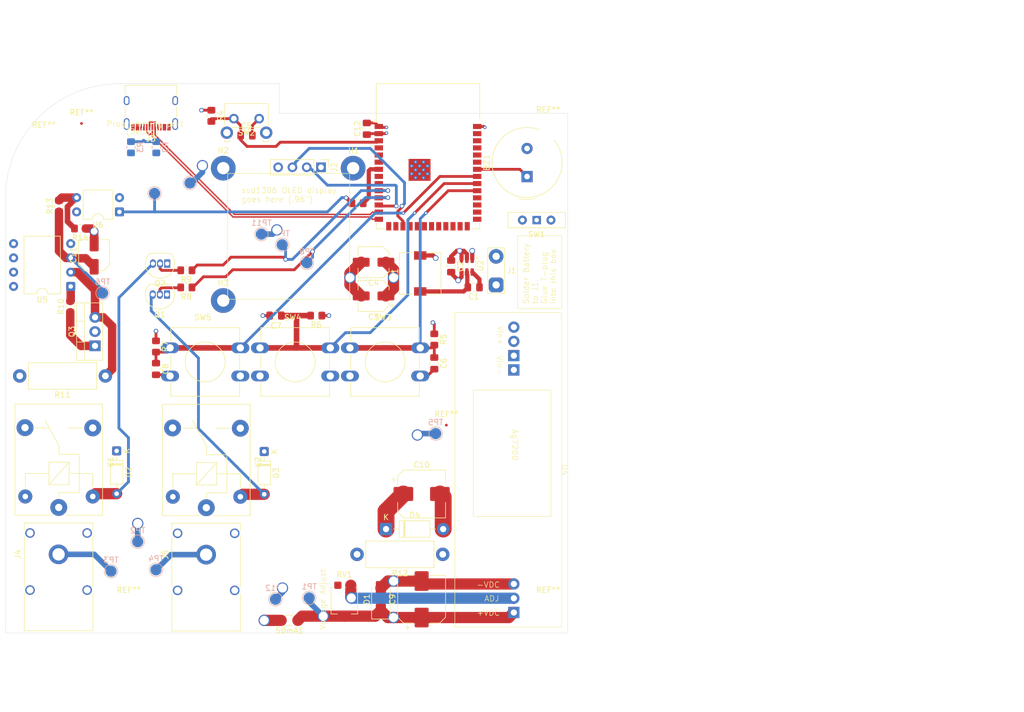
<source format=kicad_pcb>
(kicad_pcb (version 20241229) (generator "pcbnew") (generator_version "9.0")
  (layers (0 "F.Cu" signal) (4 "In1.Cu" signal) (6 "In2.Cu" signal) (8 "In3.Cu" signal) (10 "In4.Cu" signal) (2 "B.Cu" signal) (13 "F.Paste" user) (15 "B.Paste" user) (5 "F.SilkS" user "F.Silkscreen") (7 "B.SilkS" user "B.Silkscreen") (1 "F.Mask" user) (3 "B.Mask" user) (25 "Edge.Cuts" user))
  (net 0 "")
  (net 1 "Earth")
  (net 2 "Vbat")
  (net 3 "Net-(U2-SW)")
  (net 4 "V_Boost")
  (net 5 "Electrode L")
  (net 6 "Electrode R")
  (net 8 "Net-(U2-BST)")
  (net 9 "D-")
  (net 10 "Filtered V_Control")
  (net 11 "Net-(D2-A)")
  (net 12 "Net-(D3-A)")
  (net 13 "GND")
  (net 14 "ISO_12v")
  (net 19 "D+")
  (net 20 "Net-(J3-CC2)")
  (net 21 "Net-(J3-CC1)")
  (net 22 "Dec - BTN")
  (net 23 "IN2")
  (net 24 "REG_Drain")
  (net 25 "V_Boost_FUSED")
  (net 26 "Net-(Q3-S)")
  (net 27 "PWM_OUT")
  (net 28 "Net-(Q3-G)")
  (net 29 "IN1")
  (net 30 "Net-(J1-Pin_2)")
  (net 31 "SCL")
  (net 33 "SDA")
  (net 36 "+3V3")
  (net 39 "Enter BTN")
  (net 40 "Buzzer")
  (net 41 "Inc + BTN")
  (net 44 "EN")
  (net 54 "V_Control")
  (net 55 "Net-(Q1-B)")
  (net 56 "Net-(Q2-B)")
  (net 66 "Net-(U4-ADJ)")
  (net 67 "Net-(R13-Pad2)")
  (net 68 "Net-(U5-OUT1)")
  (footprint "Resistor_SMD:R_0805_2012Metric_Pad1.20x1.40mm_HandSolder" (layer "F.Cu") (at 79 35.26 180)
    (property "Reference" "R1" (hide yes))
    (property "Value" "330")
  )
  (footprint "Diode_SMD:D_SMA" (layer "F.Cu") (at 83.15 105.76 90)
    (property "Reference" "D1")
    (property "Value" "SMAJ58A")
  )
  (footprint "MountingHole:MountingHole_3.2mm_M3" (layer "F.Cu") (at 38.3 108.26)
    (property "Reference" "REF**")
    (property "Value" "MountingHole_3.2mm_M3")
  )
  (footprint "Resistor_SMD:R_0805_2012Metric_Pad1.20x1.40mm_HandSolder" (layer "F.Cu") (at 43.15 60.76 -90)
    (property "Reference" "R7")
    (property "Value" "10k")
  )
  (footprint "Capacitor_SMD:C_0805_2012Metric_Pad1.18x1.45mm_HandSolder" (layer "F.Cu") (at 99.65 50.235 180)
    (property "Reference" "C1")
    (property "Value" "100nF")
  )
  (footprint "MountingHole:MountingHole_2.2mm_M2_Pad_TopBottom" (layer "F.Cu") (at 78.214 29.02 180)
    (property "Reference" "H1")
    (property "Value" "MountingHole")
  )
  (footprint "Button_Switch_THT:SW_PUSH-12mm" (layer "F.Cu") (at 45.65 61.01)
    (property "Reference" "SW5")
    (property "Value" "Dec-")
  )
  (footprint "Connector:Banana_Cliff_FCR7350R_S16N-PC_Horizontal" (layer "F.Cu") (at 52.07 97.81 90)
    (property "Reference" "J5")
    (property "Value" "Conn_01x01")
  )
  (footprint "Package_DIP:DIP-8_W10.16mm" (layer "F.Cu") (at 27.98 50.07 180)
    (property "Reference" "U5")
    (property "Value" "LM358DT")
  )
  (footprint "Fuse:Fuse_1206_3216Metric_Pad1.42x1.75mm_HandSolder" (layer "F.Cu") (at 66.9 109.51 180)
    (property "Reference" "50mA1")
    (property "Value" "Fuse")
  )
  (footprint "Package_TO_SOT_THT:TO-92_Inline" (layer "F.Cu") (at 45.11 51.51 180)
    (property "Reference" "Q1")
    (property "Value" "2N3904")
  )
  (footprint "Resistor_SMD:R_0805_2012Metric_Pad1.20x1.40mm_HandSolder" (layer "F.Cu") (at 29.65 39.76 180)
    (property "Reference" "R14")
    (property "Value" "4.7k")
  )
  (footprint "Fiducial:Fiducial_0.5mm_Mask2mm" (layer "F.Cu") (at 94.8 74.76)
    (property "Reference" "REF**")
    (property "Value" "Fiducial_0.5mm_Mask2mm")
  )
  (footprint "Resistor_SMD:R_0805_2012Metric_Pad1.20x1.40mm_HandSolder" (layer "F.Cu") (at 92.65 59.51 -90)
    (property "Reference" "R5")
    (property "Value" "10k")
  )
  (footprint "TestPoint:TestPoint_2Pads_Pitch5.08mm_Drill1.3mm" (layer "F.Cu") (at 103.65 49.8 90)
    (property "Reference" "J1")
    (property "Value" "Conn_01x02_Pin")
  )
  (footprint "Capacitor_SMD:C_0805_2012Metric_Pad1.18x1.45mm_HandSolder" (layer "F.Cu") (at 92.65 63.76 -90)
    (property "Reference" "C6")
    (property "Value" "1uF")
  )
  (footprint "Capacitor_SMD:C_Elec_5x5.8" (layer "F.Cu") (at 32.15 44.51 90)
    (property "Reference" "C11")
    (property "Value" "1uF")
  )
  (footprint "Capacitor_SMD:CP_Elec_8x10" (layer "F.Cu") (at 90.4 87.01)
    (property "Reference" "C10")
    (property "Value" "10uF/25v")
  )
  (footprint "Resistor_SMD:R_0805_2012Metric_Pad1.20x1.40mm_HandSolder" (layer "F.Cu") (at 71.65 55.26 180)
    (property "Reference" "R6")
    (property "Value" "10k")
  )
  (footprint "Package_TO_SOT_THT:TO-92_Inline" (layer "F.Cu") (at 45.15 46.01 180)
    (property "Reference" "Q2")
    (property "Value" "2N3904")
  )
  (footprint "Button_Switch_THT:SW_PUSH-12mm" (layer "F.Cu") (at 61.65 61.01)
    (property "Reference" "SW4")
    (property "Value" "Inc+")
  )
  (footprint "MountingHole:MountingHole_3.2mm_M3" (layer "F.Cu") (at 112.9 108.26)
    (property "Reference" "REF**")
    (property "Value" "MountingHole_3.2mm_M3")
  )
  (footprint "Inductor_SMD:L_7.3x7.3_H4.5" (layer "F.Cu") (at 90.15 47.76 90)
    (property "Reference" "L1")
    (property "Value" "4.7uH")
  )
  (footprint "Package_TO_SOT_SMD:TSOT-23-6" (layer "F.Cu") (at 98.45 46.3725 -90)
    (property "Reference" "U2")
    (property "Value" "AP63203WU")
  )
  (footprint "Capacitor_SMD:C_0805_2012Metric_Pad1.18x1.45mm_HandSolder" (layer "F.Cu") (at 80.65 22.01 90)
    (property "Reference" "C12")
    (property "Value" ".1uF")
  )
  (footprint "Connector_PinHeader_2.54mm:PinHeader_1x04_P2.54mm_Vertical" (layer "F.Cu") (at 72.497 28.86 -90)
    (property "Reference" "J2")
    (property "Value" "Conn_01x04_Pin")
  )
  (footprint "Capacitor_SMD:CP_Elec_5x3" (layer "F.Cu") (at 81.85 51.76 180)
    (property "Reference" "C3")
    (property "Value" "22uF")
  )
  (footprint "MountingHole:MountingHole_3.2mm_M3" (layer "F.Cu") (at 112.9 22.76)
    (property "Reference" "REF**")
    (property "Value" "MountingHole_3.2mm_M3")
  )
  (footprint "Resistor_SMD:R_0805_2012Metric_Pad1.20x1.40mm_HandSolder" (layer "F.Cu") (at 52.999 19.701 -90)
    (property "Reference" "R4")
    (property "Value" "10k")
  )
  (footprint "MountingHole:MountingHole_3.2mm_M3" (layer "F.Cu") (at 23.2 25.46)
    (property "Reference" "REF**")
    (property "Value" "MountingHole_3.2mm_M3")
  )
  (footprint "Button_Switch_THT:SW_PUSH-12mm" (layer "F.Cu") (at 77.65 61.01)
    (property "Reference" "SW3")
    (property "Value" "Enter")
  )
  (footprint "Button_Switch_THT:SW_Tactile_SKHH_Angled" (layer "F.Cu") (at 56.999 20.201)
    (property "Reference" "SW2")
    (property "Value" "Reset")
  )
  (footprint "Resistor_SMD:R_0805_2012Metric_Pad1.20x1.40mm_HandSolder" (layer "F.Cu") (at 48.55 50.25 180)
    (property "Reference" "R8")
    (property "Value" "1k")
  )
  (footprint "Package_TO_SOT_THT:TO-220-3_Vertical" (layer "F.Cu") (at 32.3 60.65 90)
    (property "Reference" "Q3")
    (property "Value" "IRF540N")
  )
  (footprint "Capacitor_SMD:C_0805_2012Metric_Pad1.18x1.45mm_HandSolder" (layer "F.Cu") (at 43.15 64.76 -90)
    (property "Reference" "C8")
    (property "Value" "1uF")
  )
  (footprint "Capacitor_SMD:C_0805_2012Metric_Pad1.18x1.45mm_HandSolder" (layer "F.Cu") (at 64.4 55.26 180)
    (property "Reference" "C7")
    (property "Value" "1uF")
  )
  (footprint "Relay_THT:Relay_SPDT_SANYOU_SRD_Series_Form_C" (layer "F.Cu") (at 25.85 89.41 90)
    (property "Reference" "K1")
    (property "Value" "SANYOU_SRD_Form_C")
  )
  (footprint "Capacitor_SMD:CP_Elec_8x10" (layer "F.Cu") (at 90.4 105.76 90)
    (property "Reference" "C9")
    (property "Value" "47uF/63v")
  )
  (footprint "MountingHole:MountingHole_2.2mm_M2_Pad_TopBottom" (layer "F.Cu") (at 55.114 52.58)
    (property "Reference" "H3")
    (property "Value" "MountingHole")
  )
  (footprint "Potentiometer_SMD:Potentiometer_Bourns_3314G_Vertical" (layer "F.Cu") (at 76.65 106.01)
    (property "Reference" "RV1")
    (property "Value" "250k")
  )
  (footprint "Capacitor_SMD:CP_Elec_5x3" (layer "F.Cu") (at 81.85 45.76 180)
    (property "Reference" "C4")
    (property "Value" "22uF")
  )
  (footprint "Diode_THT:D_DO-41_SOD81_P10.16mm_Horizontal" (layer "F.Cu") (at 84.07 93.26)
    (property "Reference" "D4")
    (property "Value" "1N4742A/12v/1w")
  )
  (footprint "Buzzer_Beeper:Buzzer_TDK_PS1240P02BT_D12.2mm_H6.5mm" (layer "F.Cu") (at 109.15 30.51 90)
    (property "Reference" "BZ1")
    (property "Value" "Buzzer")
  )
  (footprint "Capacitor_SMD:C_0805_2012Metric_Pad1.18x1.45mm_HandSolder" (layer "F.Cu") (at 95.65 46.485 -90)
    (property "Reference" "C2")
    (property "Value" "10uF")
  )
  (footprint "Relay_THT:Relay_SPDT_SANYOU_SRD_Series_Form_C" (layer "F.Cu") (at 52.1 89.46 90)
    (property "Reference" "K2")
    (property "Value" "SANYOU_SRD_Form_C")
  )
  (footprint "Resistor_THT:R_Axial_DIN0414_L11.9mm_D4.5mm_P15.24mm_Horizontal" (layer "F.Cu") (at 94.15 97.76 180)
    (property "Reference" "R12")
    (property "Value" "5.6k/0.5w")
  )
  (footprint "Capacitor_SMD:C_0805_2012Metric_Pad1.18x1.45mm_HandSolder" (layer "F.Cu") (at 59.249 23.201)
    (property "Reference" "C5")
    (property "Value" "1uF")
  )
  (footprint "Diode_THT:D_DO-35_SOD27_P7.62mm_Horizontal" (layer "F.Cu") (at 36.15 79.34 -90)
    (property "Reference" "D2")
    (property "Value" "1N4148")
  )
  (footprint "Connector:Banana_Cliff_FCR7350B_S16N-PC_Horizontal" (layer "F.Cu") (at 25.82 97.76 90)
    (property "Reference" "J4")
    (property "Value" "Conn_01x01")
  )
  (footprint "Resistor_THT:R_Axial_DIN0414_L11.9mm_D4.5mm_P15.24mm_Horizontal" (layer "F.Cu") (at 34.15 66 180)
    (property "Reference" "R11")
    (property "Value" "100Ω/1w")
  )
  (footprint "RF_Module:ESP32-S3-WROOM-1" (layer "F.Cu") (at 91.529216 26.86)
    (property "Reference" "U3" (hide yes))
    (property "Value" "ESP32-S3-WROOM-1")
  )
  (footprint "Converter_DCDC:Ag7200" (layer "F.Cu") (at 115.3 82.71 -90)
    (property "Reference" "U4")
    (property "Value" "Ag7200")
  )
  (footprint "MountingHole:MountingHole_2.2mm_M2_Pad_TopBottom" (layer "F.Cu") (at 55.114 29.02)
    (property "Reference" "H2")
    (property "Value" "MountingHole")
  )
  (footprint "Resistor_SMD:R_0805_2012Metric_Pad1.20x1.40mm_HandSolder" (layer "F.Cu") (at 25.9 35.76 90)
    (property "Reference" "R13")
    (property "Value" "10k")
  )
  (footprint "Fiducial:Fiducial_0.5mm_Mask2mm" (layer "F.Cu") (at 29.9 21.06)
    (property "Reference" "REF**")
    (property "Value" "Fiducial_0.5mm_Mask2mm")
  )
  (footprint "Connector_USB:USB_C_Receptacle_XKB_U262-16XN-4BVC11" (layer "F.Cu") (at 42.25 18.065 180)
    (property "Reference" "J3")
    (property "Value" "USB_C_Receptacle_USB2.0_14P")
  )
  (footprint "Resistor_SMD:R_0805_2012Metric_Pad1.20x1.40mm_HandSolder" (layer "F.Cu") (at 27.9 53.66 90)
    (property "Reference" "R10")
    (property "Value" "1k")
  )
  (footprint "Diode_THT:D_DO-35_SOD27_P7.62mm_Horizontal" (layer "F.Cu") (at 62.4 79.45 -90)
    (property "Reference" "D3")
    (property "Value" "1N4148")
  )
  (footprint "Button_Switch_THT:SW_Slide-03_Wuerth-WS-SLTV_10x2.5x6.4_P2.54mm" (layer "F.Cu") (at 110.86 38.26 180)
    (property "Reference" "SW1")
    (property "Value" "SW_Wuerth_450301014042")
  )
  (footprint "Package_DIP:DIP-4_W7.62mm" (layer "F.Cu") (at 36.65 36.8 180)
    (property "Reference" "U6")
    (property "Value" "PC817")
  )
  (footprint "Resistor_SMD:R_0805_2012Metric_Pad1.20x1.40mm_HandSolder" (layer "F.Cu") (at 48.55 47.2 180)
    (property "Reference" "R9")
    (property "Value" "1k")
  )
  (footprint "TestPoint:TestPoint_Pad_D2.0mm" (layer "B.Cu") (at 43.15 100.51 180)
    (property "Reference" "TP4")
    (property "Value" "TestPoint")
  )
  (footprint "TestPoint:TestPoint_Pad_D2.0mm" (layer "B.Cu") (at 39.9 95.51 180)
    (property "Reference" "TP2")
    (property "Value" "TestPoint")
  )
  (footprint "Resistor_SMD:R_0805_2012Metric_Pad1.20x1.40mm_HandSolder" (layer "B.Cu") (at 38.7 25.3 90)
    (property "Reference" "R3")
    (property "Value" "5.1k")
  )
  (footprint "TestPoint:TestPoint_Pad_D2.0mm" (layer "B.Cu") (at 61.9 40.76 180)
    (property "Reference" "TP11")
    (property "Value" "TestPoint")
  )
  (footprint "Resistor_SMD:R_0805_2012Metric_Pad1.20x1.40mm_HandSolder" (layer "B.Cu") (at 43.2 25.3 90)
    (property "Reference" "R2")
    (property "Value" "5.1k")
  )
  (footprint "TestPoint:TestPoint_Pad_D2.0mm" (layer "B.Cu") (at 35.15 100.76 180)
    (property "Reference" "TP3")
    (property "Value" "TestPoint")
  )
  (footprint "TestPoint:TestPoint_Pad_D2.0mm" (layer "B.Cu") (at 49.2 31.66 180)
    (property "Reference" "TP10" (hide yes))
    (property "Value" "TestPoint")
  )
  (footprint "TestPoint:TestPoint_Pad_D2.0mm" (layer "B.Cu") (at 92.9 76.26 180)
    (property "Reference" "TP5")
    (property "Value" "TestPoint")
  )
  (footprint "TestPoint:TestPoint_Pad_D2.0mm" (layer "B.Cu") (at 65.6 42.66 180)
    (property "Reference" "TP7")
    (property "Value" "TestPoint")
  )
  (footprint "TestPoint:TestPoint_Pad_D2.0mm" (layer "B.Cu") (at 64.4 105.76 180)
    (property "Reference" "TP12")
    (property "Value" "TestPoint")
  )
  (footprint "TestPoint:TestPoint_Pad_D2.0mm" (layer "B.Cu") (at 33.65 51.26 180)
    (property "Reference" "TP6")
    (property "Value" "TestPoint")
  )
  (footprint "TestPoint:TestPoint_Pad_D2.0mm" (layer "B.Cu") (at 70.4 105.51 180)
    (property "Reference" "TP1")
    (property "Value" "TestPoint")
  )
  (footprint "TestPoint:TestPoint_Pad_D2.0mm" (layer "B.Cu") (at 42.9 33.51 180)
    (property "Reference" "TP9" (hide yes))
    (property "Value" "TestPoint")
  )
  (footprint "TestPoint:TestPoint_Pad_D2.0mm" (layer "B.Cu") (at 70 45.86 180)
    (property "Reference" "TP8")
    (property "Value" "TestPoint")
  )
  (gr_rect (start 55.9 29.96) (end 77.6 52.36) (stroke (width 0.1)) (fill no) (layer "F.SilkS"))
  (gr_rect (start 107.4625 41.01) (end 115.3375 54.01) (stroke (width 0.1)) (fill no) (layer "F.SilkS"))
  (gr_arc (start 16.4 33.5) (mid 22.457919 19.777976) (end 36.299995 13.999633) (stroke (width 0.05)) (layer "Edge.Cuts"))
  (gr_line (start 65.05 14) (end 65.05 19.260144) (stroke (width 0.05)) (layer "Edge.Cuts"))
  (gr_line (start 47 14) (end 36.3 14) (stroke (width 0.05)) (layer "Edge.Cuts"))
  (gr_line (start 47 14) (end 65.05 14) (stroke (width 0.05)) (layer "Edge.Cuts"))
  (gr_line (start 65.05 19.260144) (end 116.4 19.26) (stroke (width 0.05)) (layer "Edge.Cuts"))
  (gr_line (start 116.3902 111.76) (end 116.4 19.26) (stroke (width 0.05)) (layer "Edge.Cuts"))
  (gr_line (start 16.4 33.5) (end 16.4 111.76) (stroke (width 0.05)) (layer "Edge.Cuts"))
  (gr_line (start 116.3902 111.76) (end 16.4 111.76) (stroke (width 0.05)) (layer "Edge.Cuts"))
  (gr_text "(Debug)" (at 37.75 23.1 0) (layer "F.SilkS") (effects (font (size 1 1) (thickness 0.1)) (justify left bottom)))
  (gr_text "ssd1306 OLED display \ngoes here (.96{dblquote})" (at 58.3 35.16 0) (layer "F.SilkS") (effects (font (size 1 1) (thickness 0.1)) (justify left bottom)))
  (gr_text "Programming port" (at 34.3 21.7 0) (layer "F.SilkS") (effects (font (size 1 1) (thickness 0.1)) (justify left bottom)))
  (gr_text "Voltage Adjust" (at 73.4 111.26 90) (layer "F.SilkS") (effects (font (size 1 1) (thickness 0.1)) (justify left bottom)))
  (gr_text "Solder Battery\nto J1.\nGlue T-plug \ninto this box" (at 114.4 53.26 90) (layer "F.SilkS") (effects (font (size 1 1) (thickness 0.1)) (justify left bottom)))
  (segment (start 32.15 42.4475) (end 32.15 40.26) (width 1.5) (layer "F.Cu") (net 1))
  (segment (start 90.92 103.03) (end 90.4 102.51) (width 2) (layer "F.Cu") (net 1))
  (segment (start 84.4 102.51) (end 83.15 103.76) (width 2) (layer "F.Cu") (net 1))
  (segment (start 31.65 39.76) (end 32.15 40.26) (width 1.5) (layer "F.Cu") (net 1))
  (segment (start 90.4 102.51) (end 85.4 102.51) (width 2) (layer "F.Cu") (net 1))
  (segment (start 85.4 102.51) (end 84.4 102.51) (width 2) (layer "F.Cu") (net 1))
  (segment (start 94.23 93.26) (end 94.23 87.59) (width 3) (layer "F.Cu") (net 1))
  (segment (start 94.23 87.59) (end 93.65 87.01) (width 3) (layer "F.Cu") (net 1))
  (segment (start 106.8 103.03) (end 90.92 103.03) (width 2) (layer "F.Cu") (net 1))
  (segment (start 30.65 39.76) (end 31.65 39.76) (width 1.5) (layer "F.Cu") (net 1))
  (via (at 32.15 40.26) (size 1.5) (drill 1.2) (layers "F.Cu" "B.Cu") (net 1))
  (via (at 85.4 102.51) (size 2) (drill 1.6) (layers "F.Cu" "B.Cu") (net 1))
  (via (at 65.65 103.76) (size 2) (drill 1.6) (layers "F.Cu" "B.Cu") (net 1))
  (segment (start 65.65 104.51) (end 65.65 103.76) (width 1) (layer "B.Cu") (net 1))
  (segment (start 64.4 105.76) (end 65.65 104.51) (width 1) (layer "B.Cu") (net 1))
  (segment (start 97.15 43.735) (end 97.15 43.785) (width 0.75) (layer "F.Cu") (net 2))
  (segment (start 98.45 44.285) (end 98.45 45.235) (width 0.75) (layer "F.Cu") (net 2))
  (segment (start 97.15 43.735) (end 96.65 43.735) (width 0.75) (layer "F.Cu") (net 2))
  (segment (start 97.9 43.735) (end 98.45 44.285) (width 0.75) (layer "F.Cu") (net 2))
  (segment (start 95.65 44.735) (end 95.65 45.4475) (width 0.75) (layer "F.Cu") (net 2))
  (segment (start 97.5 44.135) (end 97.5 45.235) (width 0.75) (layer "F.Cu") (net 2))
  (segment (start 97.15 43.785) (end 97.5 44.135) (width 0.75) (layer "F.Cu") (net 2))
  (segment (start 96.65 43.735) (end 95.65 44.735) (width 0.75) (layer "F.Cu") (net 2))
  (segment (start 97.15 43.735) (end 97.9 43.735) (width 0.75) (layer "F.Cu") (net 2))
  (via (at 89.65 76.51) (size 2) (drill 1.6) (layers "F.Cu" "B.Cu") (net 2))
  (via (at 97.15 43.735) (size 1) (drill 0.7) (layers "F.Cu" "B.Cu") (net 2))
  (segment (start 92.9 76.26) (end 89.9 76.26) (width 1) (layer "B.Cu") (net 2))
  (segment (start 89.9 76.26) (end 89.65 76.51) (width 1) (layer "B.Cu") (net 2))
  (segment (start 98.524 47.978918) (end 98.45 47.904918) (width 0.75) (layer "F.Cu") (net 3))
  (segment (start 90.15 50.96) (end 97.8875 50.96) (width 0.75) (layer "F.Cu") (net 3))
  (segment (start 98.45 47.904918) (end 98.45 47.51) (width 0.75) (layer "F.Cu") (net 3))
  (segment (start 98.6125 50.235) (end 98.524 50.1465) (width 0.75) (layer "F.Cu") (net 3))
  (segment (start 97.8875 50.96) (end 98.6125 50.235) (width 0.75) (layer "F.Cu") (net 3))
  (segment (start 98.524 50.1465) (end 98.524 47.978918) (width 0.75) (layer "F.Cu") (net 3))
  (segment (start 76.65 108.76) (end 72.9 108.76) (width 2) (layer "F.Cu") (net 4))
  (segment (start 69.1375 108.76) (end 68.3875 109.51) (width 2) (layer "F.Cu") (net 4))
  (segment (start 85.4 109.01) (end 84.4 109.01) (width 2) (layer "F.Cu") (net 4))
  (segment (start 105.9 109.01) (end 106.8 108.11) (width 2) (layer "F.Cu") (net 4))
  (segment (start 90.4 109.01) (end 105.9 109.01) (width 2) (layer "F.Cu") (net 4))
  (segment (start 90.4 109.01) (end 85.4 109.01) (width 2) (layer "F.Cu") (net 4))
  (segment (start 84.4 109.01) (end 83.15 107.76) (width 2) (layer "F.Cu") (net 4))
  (segment (start 72.9 108.76) (end 69.1375 108.76) (width 2) (layer "F.Cu") (net 4))
  (segment (start 82.15 108.76) (end 83.15 107.76) (width 2) (layer "F.Cu") (net 4))
  (segment (start 76.65 108.76) (end 82.15 108.76) (width 2) (layer "F.Cu") (net 4))
  (via (at 72.9 108.76) (size 2) (drill 1.6) (layers "F.Cu" "B.Cu") (net 4))
  (via (at 85.4 109.01) (size 2) (drill 1.6) (layers "F.Cu" "B.Cu") (net 4))
  (segment (start 70.4 106.26) (end 72.9 108.76) (width 1) (layer "B.Cu") (net 4))
  (segment (start 70.4 105.51) (end 70.4 106.26) (width 1) (layer "B.Cu") (net 4))
  (segment (start 32.15 97.76) (end 25.82 97.76) (width 1) (layer "B.Cu") (net 5))
  (segment (start 35.15 100.76) (end 32.15 97.76) (width 1) (layer "B.Cu") (net 5))
  (segment (start 45.85 97.81) (end 52.07 97.81) (width 1) (layer "B.Cu") (net 6))
  (segment (start 43.15 100.51) (end 45.85 97.81) (width 1) (layer "B.Cu") (net 6))
  (segment (start 100.6875 48.7975) (end 99.4 47.51) (width 0.75) (layer "F.Cu") (net 8))
  (segment (start 100.6875 50.235) (end 100.6875 48.7975) (width 0.75) (layer "F.Cu") (net 8))
  (segment (start 42 20.85) (end 42 21.735) (width 0.25) (layer "F.Cu") (net 9))
  (segment (start 57.103554 37.25) (end 81.244215 37.25) (width 0.25) (layer "F.Cu") (net 9))
  (segment (start 43 21.735) (end 43 20.858) (width 0.25) (layer "F.Cu") (net 9))
  (segment (start 43 21.735) (end 43 23.146446) (width 0.25) (layer "F.Cu") (net 9))
  (segment (start 43 20.858) (end 42.976 20.834) (width 0.25) (layer "F.Cu") (net 9))
  (segment (start 42.976 20.834) (end 42.016 20.834) (width 0.25) (layer "F.Cu") (net 9))
  (segment (start 57.076777 37.223223) (end 57.103554 37.25) (width 0.25) (layer "F.Cu") (net 9))
  (segment (start 43 23.146446) (end 57.076777 37.223223) (width 0.25) (layer "F.Cu") (net 9))
  (segment (start 81.244215 37.25) (end 81.654215 36.84) (width 0.25) (layer "F.Cu") (net 9))
  (segment (start 81.654215 36.84) (end 82.779216 36.84) (width 0.25) (layer "F.Cu") (net 9))
  (segment (start 42.016 20.834) (end 42 20.85) (width 0.25) (layer "F.Cu") (net 9))
  (segment (start 30.6375 45.06) (end 28.05 45.06) (width 1.5) (layer "F.Cu") (net 10))
  (segment (start 32.15 46.5725) (end 30.6375 45.06) (width 1.5) (layer "F.Cu") (net 10))
  (segment (start 28.05 45.06) (end 27.98 44.99) (width 1.5) (layer "F.Cu") (net 10))
  (segment (start 25.9 43.76) (end 27.13 44.99) (width 1.5) (layer "F.Cu") (net 10))
  (segment (start 25.9 36.76) (end 25.9 43.76) (width 1.5) (layer "F.Cu") (net 10))
  (segment (start 27.13 44.99) (end 27.98 44.99) (width 1.5) (layer "F.Cu") (net 10))
  (segment (start 27.98 44.99) (end 33.65 50.66) (width 0.5) (layer "B.Cu") (net 10))
  (segment (start 33.65 50.66) (end 33.65 51.26) (width 0.5) (layer "B.Cu") (net 10))
  (segment (start 32.4 86.96) (end 31.9 87.46) (width 2) (layer "F.Cu") (net 11))
  (segment (start 36.15 86.96) (end 32.4 86.96) (width 2) (layer "F.Cu") (net 11))
  (segment (start 42.61 46.01) (end 36.55 52.07) (width 0.5) (layer "B.Cu") (net 11))
  (segment (start 38.25 84.86) (end 36.15 86.96) (width 0.5) (layer "B.Cu") (net 11))
  (segment (start 36.55 75.3) (end 38.25 77) (width 0.5) (layer "B.Cu") (net 11))
  (segment (start 36.55 52.07) (end 36.55 75.3) (width 0.5) (layer "B.Cu") (net 11))
  (segment (start 38.25 77) (end 38.25 84.86) (width 0.5) (layer "B.Cu") (net 11))
  (segment (start 58.59 87.07) (end 58.15 87.51) (width 2) (layer "F.Cu") (net 12))
  (segment (start 62.4 87.07) (end 58.59 87.07) (width 2) (layer "F.Cu") (net 12))
  (segment (start 50.7 75.37) (end 62.4 87.07) (width 0.5) (layer "B.Cu") (net 12))
  (segment (start 42.299 51.781) (end 42.299 54.409) (width 0.5) (layer "B.Cu") (net 12))
  (segment (start 50.7 62.81) (end 50.7 75.37) (width 0.5) (layer "B.Cu") (net 12))
  (segment (start 42.299 54.409) (end 50.7 62.81) (width 0.5) (layer "B.Cu") (net 12))
  (segment (start 42.57 51.51) (end 42.299 51.781) (width 0.5) (layer "B.Cu") (net 12))
  (segment (start 101.49 21.6) (end 101.65 21.76) (width 0.5) (layer "F.Cu") (net 13))
  (segment (start 80.65 20.9725) (end 82.151716 20.9725) (width 0.5) (layer "F.Cu") (net 13))
  (segment (start 97.5 48.385) (end 97.5 47.51) (width 0.75) (layer "F.Cu") (net 13))
  (segment (start 89.9 66.01) (end 91.4375 66.01) (width 0.5) (layer "F.Cu") (net 13))
  (segment (start 82.151716 20.9725) (end 82.779216 21.6) (width 0.5) (layer "F.Cu") (net 13))
  (segment (start 96.9 48.985) (end 97.5 48.385) (width 0.75) (layer "F.Cu") (net 13))
  (segment (start 45.6875 65.7975) (end 45.9 66.01) (width 0.5) (layer "F.Cu") (net 13))
  (segment (start 100.279216 21.6) (end 101.49 21.6) (width 0.5) (layer "F.Cu") (net 13))
  (segment (start 60.2865 23.201) (end 60.2865 21.4135) (width 0.5) (layer "F.Cu") (net 13))
  (segment (start 82.779216 21.6) (end 82.939216 21.76) (width 0.5) (layer "F.Cu") (net 13))
  (segment (start 82.939216 21.76) (end 84.15 21.76) (width 0.5) (layer "F.Cu") (net 13))
  (segment (start 77.65 47.76) (end 77.65 48.51) (width 2) (layer "F.Cu") (net 13))
  (segment (start 95.65 47.735) (end 96.9 48.985) (width 0.75) (layer "F.Cu") (net 13))
  (segment (start 43.15 65.7975) (end 45.6875 65.7975) (width 0.5) (layer "F.Cu") (net 13))
  (segment (start 77.65 48.51) (end 77.65 49.76) (width 2) (layer "F.Cu") (net 13))
  (segment (start 79.65 45.76) (end 77.65 47.76) (width 2) (layer "F.Cu") (net 13))
  (segment (start 62.15 55.26) (end 63.3625 55.26) (width 0.5) (layer "F.Cu") (net 13))
  (segment (start 60.2865 21.4135) (end 61.499 20.201) (width 0.5) (layer "F.Cu") (net 13))
  (segment (start 77.65 49.76) (end 79.65 51.76) (width 2) (layer "F.Cu") (net 13))
  (segment (start 95.65 47.5225) (end 95.65 47.735) (width 0.75) (layer "F.Cu") (net 13))
  (segment (start 91.4375 66.01) (end 92.65 64.7975) (width 0.5) (layer "F.Cu") (net 13))
  (segment (start 108.4 25.51) (end 109.15 25.51) (width 0.5) (layer "F.Cu") (net 13))
  (via (at 51.408565 28.574878) (size 2) (drill 1.6) (layers "F.Cu" "B.Cu") (net 13))
  (via (at 62.15 55.26) (size 0.8) (drill 0.5) (layers "F.Cu" "B.Cu") (net 13))
  (via (at 101.65 21.76) (size 0.6) (drill 0.3) (layers "F.Cu" "B.Cu") (net 13))
  (via (at 77.65 48.51) (size 2) (drill 1.6) (layers "F.Cu" "B.Cu") (net 13))
  (via (at 84.15 21.76) (size 0.6) (drill 0.3) (layers "F.Cu" "B.Cu") (net 13))
  (via (at 96.9 48.985) (size 1) (drill 0.7) (layers "F.Cu" "B.Cu") (net 13))
  (segment (start 43.2 24.3) (end 41.2 24.3) (width 0.5) (layer "B.Cu") (net 13))
  (segment (start 51.4 29.76) (end 51.4 28.51) (width 1) (layer "B.Cu") (net 13))
  (segment (start 40.7 24.3) (end 40.95 24.05) (width 0.5) (layer "B.Cu") (net 13))
  (segment (start 38.7 24.3) (end 40.7 24.3) (width 0.5) (layer "B.Cu") (net 13))
  (segment (start 41.2 24.3) (end 40.95 24.05) (width 0.5) (layer "B.Cu") (net 13))
  (segment (start 49.2 31.66) (end 49.5 31.66) (width 1) (layer "B.Cu") (net 13))
  (segment (start 49.5 31.66) (end 51.4 29.76) (width 1) (layer "B.Cu") (net 13))
  (segment (start 84.07 93.26) (end 84.07 90.09) (width 3) (layer "F.Cu") (net 14))
  (segment (start 84.07 90.09) (end 87.15 87.01) (width 3) (layer "F.Cu") (net 14))
  (segment (start 42.5 23.353554) (end 56.723223 37.576777) (width 0.25) (layer "F.Cu") (net 19))
  (segment (start 81.244215 37.7) (end 81.654215 38.11) (width 0.25) (layer "F.Cu") (net 19))
  (segment (start 81.654215 38.11) (end 82.779216 38.11) (width 0.25) (layer "F.Cu") (net 19))
  (segment (start 41.5 22.612) (end 41.9 23.012) (width 0.25) (layer "F.Cu") (net 19))
  (segment (start 56.846446 37.7) (end 81.244215 37.7) (width 0.25) (layer "F.Cu") (net 19))
  (segment (start 42.5 21.735) (end 42.5 22.612) (width 0.25) (layer "F.Cu") (net 19))
  (segment (start 42.1 23.012) (end 42.5 22.612) (width 0.25) (layer "F.Cu") (net 19))
  (segment (start 42.5 22.612) (end 42.5 23.353554) (width 0.25) (layer "F.Cu") (net 19))
  (segment (start 56.723223 37.576777) (end 56.846446 37.7) (width 0.25) (layer "F.Cu") (net 19))
  (segment (start 41.5 21.735) (end 41.5 22.612) (width 0.25) (layer "F.Cu") (net 19))
  (segment (start 42.5 21.735) (end 42.5 23.353554) (width 0.25) (layer "F.Cu") (net 19))
  (segment (start 41.9 23.012) (end 42.1 23.012) (width 0.25) (layer "F.Cu") (net 19))
  (segment (start 100.279216 30.49) (end 93.661216 30.49) (width 0.5) (layer "F.Cu") (net 22))
  (segment (start 43.15 61.76) (end 45.15 61.76) (width 0.5) (layer "F.Cu") (net 22))
  (segment (start 58.4 61.01) (end 45.9 61.01) (width 1) (layer "F.Cu") (net 22))
  (segment (start 43.15 61.76) (end 43.15 63.7225) (width 0.5) (layer "F.Cu") (net 22))
  (segment (start 45.15 61.76) (end 45.9 61.01) (width 0.5) (layer "F.Cu") (net 22))
  (segment (start 93.661216 30.49) (end 87.15 37.001216) (width 0.5) (layer "F.Cu") (net 22))
  (segment (start 87.15 37.01) (end 87.15 37.001216) (width 0.5) (layer "F.Cu") (net 22))
  (via (at 87.15 37.01) (size 0.6) (drill 0.3) (layers "F.Cu" "B.Cu") (net 22))
  (segment (start 82.15 37.01) (end 58.15 61.01) (width 0.5) (layer "B.Cu") (net 22))
  (segment (start 87.15 37.01) (end 82.15 37.01) (width 0.5) (layer "B.Cu") (net 22))
  (segment (start 58.15 60.51) (end 58.15 61.01) (width 0.5) (layer "B.Cu") (net 22))
  (segment (start 70.99 43.86) (end 67.75 47.1) (width 0.5) (layer "F.Cu") (net 23))
  (segment (start 82.819216 34.26) (end 82.779216 34.3) (width 0.5) (layer "F.Cu") (net 23))
  (segment (start 51.6 48.35) (end 49.7 50.25) (width 0.5) (layer "F.Cu") (net 23))
  (segment (start 49.7 50.25) (end 49.55 50.25) (width 0.5) (layer "F.Cu") (net 23))
  (segment (start 71 43.86) (end 70.99 43.86) (width 0.5) (layer "F.Cu") (net 23))
  (segment (start 84.4 34.26) (end 82.819216 34.26) (width 0.5) (layer "F.Cu") (net 23))
  (segment (start 55.55 48.35) (end 51.6 48.35) (width 0.5) (layer "F.Cu") (net 23))
  (segment (start 56.8 47.1) (end 55.55 48.35) (width 0.5) (layer "F.Cu") (net 23))
  (segment (start 67.75 47.1) (end 56.8 47.1) (width 0.5) (layer "F.Cu") (net 23))
  (via (at 84.4 34.26) (size 0.8) (drill 0.5) (layers "F.Cu" "B.Cu") (net 23))
  (via (at 71 43.86) (size 0.8) (drill 0.5) (layers "F.Cu" "B.Cu") (net 23))
  (segment (start 71 43.86) (end 71 44.86) (width 0.5) (layer "B.Cu") (net 23))
  (segment (start 71 44.86) (end 70 45.86) (width 0.5) (layer "B.Cu") (net 23))
  (segment (start 71 43.66) (end 80.4 34.26) (width 0.5) (layer "B.Cu") (net 23))
  (segment (start 80.4 34.26) (end 84.4 34.26) (width 0.5) (layer "B.Cu") (net 23))
  (segment (start 71 43.86) (end 71 43.66) (width 0.5) (layer "B.Cu") (net 23))
  (segment (start 65.4125 109.51) (end 62.4 109.51) (width 2) (layer "F.Cu") (net 25))
  (via (at 39.9 92.26) (size 2) (drill 1.6) (layers "F.Cu" "B.Cu") (net 25))
  (via (at 62.4 109.51) (size 2) (drill 1.6) (layers "F.Cu" "B.Cu") (net 25))
  (segment (start 39.9 95.51) (end 39.9 92.26) (width 1) (layer "B.Cu") (net 25))
  (segment (start 29.11137 47.53) (end 32.3 50.71863) (width 1.5) (layer "F.Cu") (net 26))
  (segment (start 32.3 55.57) (end 33.77 55.57) (width 1.5) (layer "F.Cu") (net 26))
  (segment (start 32.3 50.71863) (end 32.3 55.57) (width 1.5) (layer "F.Cu") (net 26))
  (segment (start 27.98 47.53) (end 29.11137 47.53) (width 1.5) (layer "F.Cu") (net 26))
  (segment (start 33.77 55.57) (end 35.35 57.15) (width 1.5) (layer "F.Cu") (net 26))
  (segment (start 35.35 57.15) (end 35.35 64.8) (width 1.5) (layer "F.Cu") (net 26))
  (segment (start 35.35 64.8) (end 34.15 66) (width 1.5) (layer "F.Cu") (net 26))
  (segment (start 81 29.499216) (end 81 34.26) (width 0.75) (layer "F.Cu") (net 27))
  (segment (start 81 34.26) (end 80 35.26) (width 0.75) (layer "F.Cu") (net 27))
  (segment (start 82.779216 29.22) (end 81.279216 29.22) (width 0.75) (layer "F.Cu") (net 27))
  (segment (start 81.279216 29.22) (end 81 29.499216) (width 0.75) (layer "F.Cu") (net 27))
  (segment (start 27.9 58.75) (end 29.8 60.65) (width 1.5) (layer "F.Cu") (net 28))
  (segment (start 29.8 60.65) (end 32.3 60.65) (width 1.5) (layer "F.Cu") (net 28))
  (segment (start 27.9 54.66) (end 27.9 58.75) (width 1.5) (layer "F.Cu") (net 28))
  (segment (start 66.2 45.26) (end 65.8 44.86) (width 0.5) (layer "F.Cu") (net 29))
  (segment (start 50.49 46.26) (end 49.55 47.2) (width 0.5) (layer "F.Cu") (net 29))
  (segment (start 55.1 46.26) (end 50.49 46.26) (width 0.5) (layer "F.Cu") (net 29))
  (segment (start 84.4 33.01) (end 82.799216 33.01) (width 0.5) (layer "F.Cu") (net 29))
  (segment (start 82.799216 33.01) (end 82.779216 33.03) (width 0.5) (layer "F.Cu") (net 29))
  (segment (start 56.5 44.86) (end 55.1 46.26) (width 0.5) (layer "F.Cu") (net 29))
  (segment (start 65.8 44.86) (end 56.5 44.86) (width 0.5) (layer "F.Cu") (net 29))
  (via (at 66.2 45.26) (size 0.8) (drill 0.5) (layers "F.Cu" "B.Cu") (net 29))
  (via (at 84.4 33.01) (size 0.8) (drill 0.5) (layers "F.Cu" "B.Cu") (net 29))
  (segment (start 67.4 45.26) (end 79.65 33.01) (width 0.5) (layer "B.Cu") (net 29))
  (segment (start 66.2 45.26) (end 66.2 43.26) (width 0.5) (layer "B.Cu") (net 29))
  (segment (start 66.2 45.26) (end 67.4 45.26) (width 0.5) (layer "B.Cu") (net 29))
  (segment (start 79.65 33.01) (end 84.4 33.01) (width 0.5) (layer "B.Cu") (net 29))
  (segment (start 66.2 43.26) (end 65.6 42.66) (width 0.5) (layer "B.Cu") (net 29))
  (segment (start 86.15 36.713496) (end 86.15 37.51) (width 0.5) (layer "F.Cu") (net 31))
  (segment (start 86.15 37.51) (end 87.084216 38.444216) (width 0.5) (layer "F.Cu") (net 31))
  (segment (start 87.084216 38.444216) (end 87.084216 39.36) (width 0.5) (layer "F.Cu") (net 31))
  (segment (start 86.9 35.76) (end 86.9 35.963496) (width 0.5) (layer "F.Cu") (net 31))
  (segment (start 86.9 35.963496) (end 86.15 36.713496) (width 0.5) (layer "F.Cu") (net 31))
  (via (at 86.9 35.76) (size 0.8) (drill 0.5) (layers "F.Cu" "B.Cu") (net 31))
  (segment (start 67.92 27.99) (end 70.41 25.5) (width 0.5) (layer "B.Cu") (net 31))
  (segment (start 87.35 35.31) (end 86.9 35.76) (width 0.5) (layer "B.Cu") (net 31))
  (segment (start 70.41 25.5) (end 81.25 25.5) (width 0.5) (layer "B.Cu") (net 31))
  (segment (start 67.92 28.86) (end 67.92 27.99) (width 0.5) (layer "B.Cu") (net 31))
  (segment (start 87.35 31.6) (end 87.35 35.31) (width 0.5) (layer "B.Cu") (net 31))
  (segment (start 81.25 25.5) (end 87.35 31.6) (width 0.5) (layer "B.Cu") (net 31))
  (segment (start 82.969216 35.76) (end 82.779216 35.57) (width 0.5) (layer "F.Cu") (net 33))
  (segment (start 85.9 35.76) (end 82.969216 35.76) (width 0.5) (layer "F.Cu") (net 33))
  (via (at 85.9 35.76) (size 0.8) (drill 0.5) (layers "F.Cu" "B.Cu") (net 33))
  (segment (start 85.75 32.05) (end 85.9 32.2) (width 0.5) (layer "B.Cu") (net 33))
  (segment (start 70.46 28.86) (end 73.65 32.05) (width 0.5) (layer "B.Cu") (net 33))
  (segment (start 73.65 32.05) (end 85.75 32.05) (width 0.5) (layer "B.Cu") (net 33))
  (segment (start 85.9 32.2) (end 85.9 35.76) (width 0.5) (layer "B.Cu") (net 33))
  (segment (start 80.8275 22.87) (end 80.65 23.0475) (width 0.5) (layer "F.Cu") (net 36))
  (segment (start 99.4 45.235) (end 99.4 43.735) (width 0.75) (layer "F.Cu") (net 36))
  (segment (start 84.05 45.76) (end 85.4 47.11) (width 2) (layer "F.Cu") (net 36))
  (segment (start 85.4 47.11) (end 85.4 48.51) (width 2) (layer "F.Cu") (net 36))
  (segment (start 85.4 48.51) (end 85.4 50.41) (width 2) (layer "F.Cu") (net 36))
  (segment (start 90.15 44.56) (end 92.45 44.56) (width 0.75) (layer "F.Cu") (net 36))
  (segment (start 51.249 18.701) (end 52.999 18.701) (width 0.5) (layer "F.Cu") (net 36))
  (segment (start 92.65 56.76) (end 92.4 56.51) (width 0.5) (layer "F.Cu") (net 36))
  (segment (start 72.65 55.26) (end 73.9 55.26) (width 0.5) (layer "F.Cu") (net 36))
  (segment (start 84.04 22.87) (end 84.15 22.76) (width 0.5) (layer "F.Cu") (net 36))
  (segment (start 92.65 58.51) (end 92.65 56.76) (width 0.5) (layer "F.Cu") (net 36))
  (segment (start 92.45 44.56) (end 92.9 45.01) (width 0.75) (layer "F.Cu") (net 36))
  (segment (start 82.779216 22.87) (end 80.8275 22.87) (width 0.5) (layer "F.Cu") (net 36))
  (segment (start 82.779216 22.87) (end 84.04 22.87) (width 0.5) (layer "F.Cu") (net 36))
  (segment (start 85.4 50.41) (end 84.05 51.76) (width 2) (layer "F.Cu") (net 36))
  (segment (start 43.15 59.76) (end 43.15 58.01) (width 0.5) (layer "F.Cu") (net 36))
  (via (at 64.65 40.01) (size 2) (drill 1.6) (layers "F.Cu" "B.Cu") (net 36))
  (via (at 43.15 58.01) (size 0.8) (drill 0.5) (layers "F.Cu" "B.Cu") (net 36))
  (via (at 92.4 56.51) (size 0.8) (drill 0.5) (layers "F.Cu" "B.Cu") (net 36))
  (via (at 99.4 43.735) (size 1) (drill 0.7) (layers "F.Cu" "B.Cu") (net 36))
  (via (at 51.249 18.701) (size 0.8) (drill 0.5) (layers "F.Cu" "B.Cu") (net 36))
  (via (at 85.4 48.51) (size 2) (drill 1.6) (layers "F.Cu" "B.Cu") (net 36))
  (via (at 92.9 45.01) (size 1) (drill 0.7) (layers "F.Cu" "B.Cu") (net 36))
  (via (at 84.15 22.76) (size 0.6) (drill 0.3) (layers "F.Cu" "B.Cu") (net 36))
  (via (at 73.9 55.26) (size 0.8) (drill 0.5) (layers "F.Cu" "B.Cu") (net 36))
  (segment (start 63.9 40.76) (end 64.65 40.01) (width 1) (layer "B.Cu") (net 36))
  (segment (start 61.9 40.76) (end 63.9 40.76) (width 1) (layer "B.Cu") (net 36))
  (segment (start 92.15 61.01) (end 92.65 60.51) (width 0.5) (layer "F.Cu") (net 39))
  (segment (start 95.13 33.03) (end 100.279216 33.03) (width 0.5) (layer "F.Cu") (net 39))
  (segment (start 91.15 37.01) (end 95.13 33.03) (width 0.5) (layer "F.Cu") (net 39))
  (segment (start 89.9 61.01) (end 92.15 61.01) (width 0.5) (layer "F.Cu") (net 39))
  (segment (start 92.65 60.51) (end 92.65 62.7225) (width 0.5) (layer "F.Cu") (net 39))
  (segment (start 77.4 61.01) (end 89.9 61.01) (width 1) (layer "F.Cu") (net 39))
  (via (at 91.15 37.01) (size 0.6) (drill 0.3) (layers "F.Cu" "B.Cu") (net 39))
  (segment (start 90.15 38.01) (end 90.15 61.01) (width 0.5) (layer "B.Cu") (net 39))
  (segment (start 91.15 37.01) (end 90.15 38.01) (width 0.5) (layer "B.Cu") (net 39))
  (segment (start 107.86 29.22) (end 100.279216 29.22) (width 0.5) (layer "F.Cu") (net 40))
  (segment (start 109.15 30.51) (end 107.86 29.22) (width 0.5) (layer "F.Cu") (net 40))
  (segment (start 94.4 31.76) (end 89.15 37.01) (width 0.5) (layer "F.Cu") (net 41))
  (segment (start 68.15 61.01) (end 67.65 61.01) (width 1) (layer "F.Cu") (net 41))
  (segment (start 67.65 55.26) (end 65.4375 55.26) (width 1) (layer "F.Cu") (net 41))
  (segment (start 67.65 55.26) (end 70.65 55.26) (width 1) (layer "F.Cu") (net 41))
  (segment (start 67.65 61.01) (end 61.65 61.01) (width 1) (layer "F.Cu") (net 41))
  (segment (start 68.15 55.76) (end 67.65 55.26) (width 1) (layer "F.Cu") (net 41))
  (segment (start 74.15 61.01) (end 68.15 61.01) (width 1) (layer "F.Cu") (net 41))
  (segment (start 68.15 61.01) (end 68.15 55.76) (width 1) (layer "F.Cu") (net 41))
  (segment (start 100.279216 31.76) (end 94.4 31.76) (width 0.5) (layer "F.Cu") (net 41))
  (via (at 89.15 37.01) (size 0.6) (drill 0.3) (layers "F.Cu" "B.Cu") (net 41))
  (segment (start 76.86 58.3) (end 74.15 61.01) (width 0.5) (layer "B.Cu") (net 41))
  (segment (start 89.15 37.01) (end 87.95 38.21) (width 0.5) (layer "B.Cu") (net 41))
  (segment (start 87.95 38.21) (end 87.95 51.6) (width 0.5) (layer "B.Cu") (net 41))
  (segment (start 81.25 58.3) (end 76.86 58.3) (width 0.5) (layer "B.Cu") (net 41))
  (segment (start 87.95 51.6) (end 81.25 58.3) (width 0.5) (layer "B.Cu") (net 41))
  (segment (start 52.999 20.201) (end 56.999 20.201) (width 0.5) (layer "F.Cu") (net 44))
  (segment (start 56.999 20.201) (end 58.2115 21.4135) (width 0.5) (layer "F.Cu") (net 44))
  (segment (start 58.2115 24.0115) (end 59.35 25.15) (width 0.5) (layer "F.Cu") (net 44))
  (segment (start 64.5 25.15) (end 65.25 24.4) (width 0.5) (layer "F.Cu") (net 44))
  (segment (start 58.2115 21.4135) (end 58.2115 23.201) (width 0.5) (layer "F.Cu") (net 44))
  (segment (start 82.519216 24.4) (end 82.779216 24.14) (width 0.5) (layer "F.Cu") (net 44))
  (segment (start 65.25 24.4) (end 82.519216 24.4) (width 0.5) (layer "F.Cu") (net 44))
  (segment (start 82.659216 24.26) (end 82.779216 24.14) (width 0.5) (layer "F.Cu") (net 44))
  (segment (start 58.2115 23.201) (end 58.2115 24.0115) (width 0.5) (layer "F.Cu") (net 44))
  (segment (start 59.35 25.15) (end 64.5 25.15) (width 0.5) (layer "F.Cu") (net 44))
  (segment (start 78 35.26) (end 77.2 34.46) (width 0.75) (layer "F.Cu") (net 54))
  (via (at 76.977515 34.294656) (size 0.8) (drill 0.5) (layers "F.Cu" "B.Cu") (net 54))
  (segment (start 73.66 36.8) (end 76.2 34.26) (width 0.5) (layer "B.Cu") (net 54))
  (segment (start 76.2 34.26) (end 76.942859 34.26) (width 0.5) (layer "B.Cu") (net 54))
  (segment (start 42.9 36.8) (end 36.65 36.8) (width 0.5) (layer "B.Cu") (net 54))
  (segment (start 42.9 36.8) (end 42.9 33.51) (width 0.5) (layer "B.Cu") (net 54))
  (segment (start 42.9 36.8) (end 73.66 36.8) (width 0.5) (layer "B.Cu") (net 54))
  (segment (start 76.942859 34.26) (end 76.977515 34.294656) (width 0.5) (layer "B.Cu") (net 54))
  (segment (start 47.55 50.25) (end 47.491 50.309) (width 0.5) (layer "F.Cu") (net 55))
  (segment (start 43.84 50.603) (end 43.84 51.51) (width 0.5) (layer "F.Cu") (net 55))
  (segment (start 44.134 50.309) (end 43.84 50.603) (width 0.5) (layer "F.Cu") (net 55))
  (segment (start 47.491 50.309) (end 44.134 50.309) (width 0.5) (layer "F.Cu") (net 55))
  (segment (start 44.174 47.211) (end 43.88 46.917) (width 0.5) (layer "F.Cu") (net 56))
  (segment (start 43.88 46.917) (end 43.88 46.01) (width 0.5) (layer "F.Cu") (net 56))
  (segment (start 47.539 47.211) (end 44.174 47.211) (width 0.5) (layer "F.Cu") (net 56))
  (segment (start 47.55 47.2) (end 47.539 47.211) (width 0.5) (layer "F.Cu") (net 56))
  (segment (start 77.8 103.26) (end 77.8 105.41) (width 2) (layer "F.Cu") (net 66))
  (segment (start 77.8 105.41) (end 77.9 105.51) (width 2) (layer "F.Cu") (net 66))
  (via (at 77.9 105.51) (size 2) (drill 1.6) (layers "F.Cu" "B.Cu") (net 66))
  (segment (start 106.8 105.57) (end 77.96 105.57) (width 2) (layer "B.Cu") (net 66))
  (segment (start 77.96 105.57) (end 77.9 105.51) (width 2) (layer "B.Cu") (net 66))
  (segment (start 28.65 39.76) (end 27.4 38.51) (width 1) (layer "F.Cu") (net 67))
  (segment (start 29.03 34.26) (end 26.4 34.26) (width 1.5) (layer "F.Cu") (net 67))
  (segment (start 27.4 38.51) (end 27.4 35.89) (width 1) (layer "F.Cu") (net 67))
  (segment (start 27.4 35.89) (end 29.03 34.26) (width 1) (layer "F.Cu") (net 67))
  (segment (start 26.4 34.26) (end 25.9 34.76) (width 1.5) (layer "F.Cu") (net 67))
  (segment (start 27.98 52.58) (end 27.9 52.66) (width 1.5) (layer "F.Cu") (net 68))
  (segment (start 27.98 50.07) (end 27.98 52.58) (width 1.5) (layer "F.Cu") (net 68))
)
</source>
